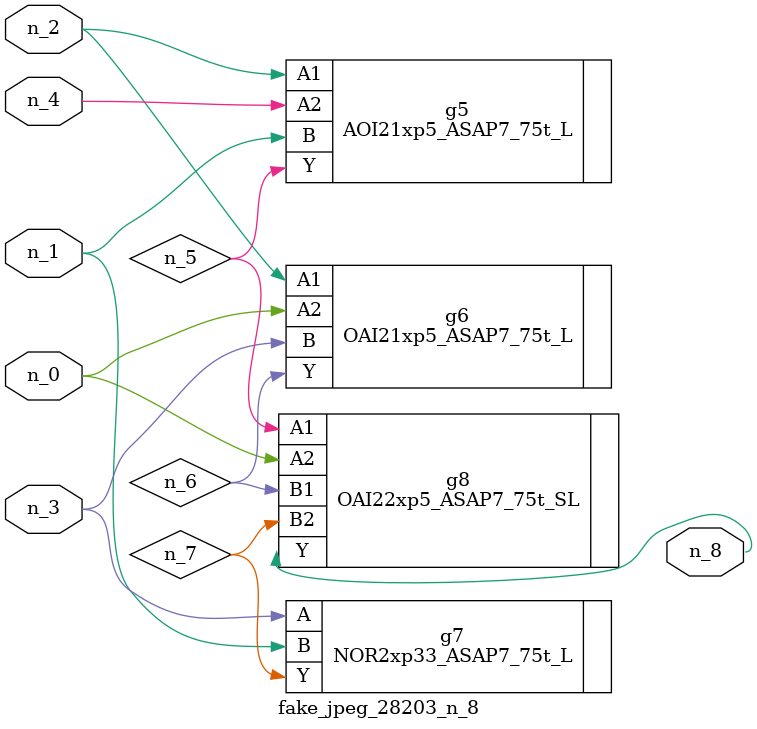
<source format=v>
module fake_jpeg_28203_n_8 (n_3, n_2, n_1, n_0, n_4, n_8);

input n_3;
input n_2;
input n_1;
input n_0;
input n_4;

output n_8;

wire n_6;
wire n_5;
wire n_7;

AOI21xp5_ASAP7_75t_L g5 ( 
.A1(n_2),
.A2(n_4),
.B(n_1),
.Y(n_5)
);

OAI21xp5_ASAP7_75t_L g6 ( 
.A1(n_2),
.A2(n_0),
.B(n_3),
.Y(n_6)
);

NOR2xp33_ASAP7_75t_L g7 ( 
.A(n_3),
.B(n_1),
.Y(n_7)
);

OAI22xp5_ASAP7_75t_SL g8 ( 
.A1(n_5),
.A2(n_0),
.B1(n_6),
.B2(n_7),
.Y(n_8)
);


endmodule
</source>
